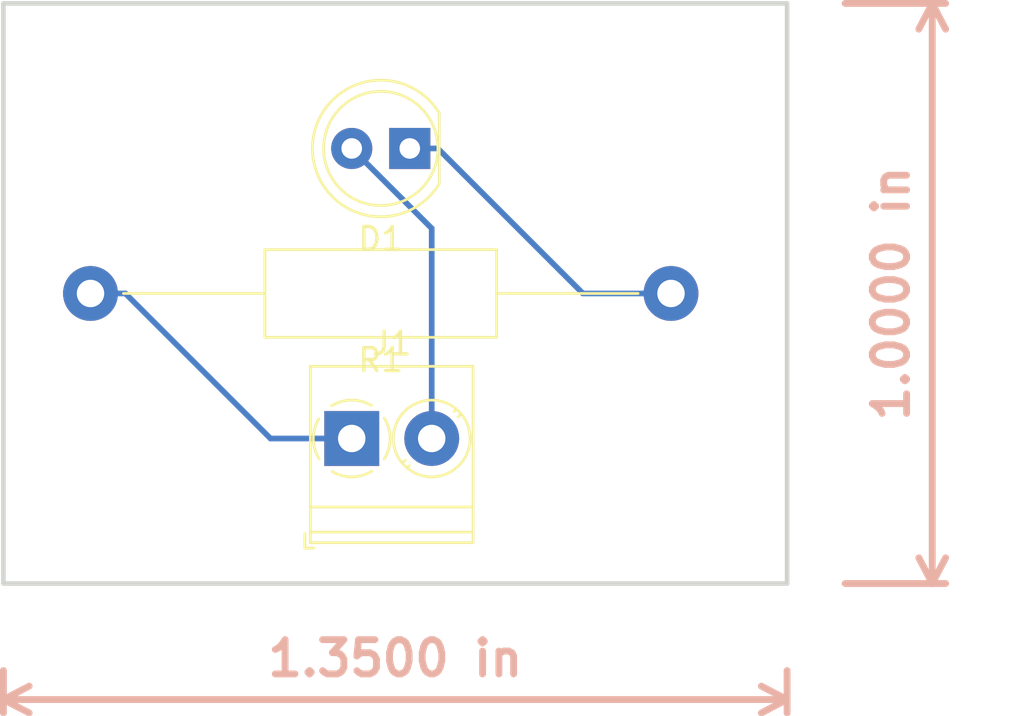
<source format=kicad_pcb>
(kicad_pcb (version 20171130) (host pcbnew 5.0.0-rc2-dev-unknown-0ded476~63~ubuntu16.04.1)

  (general
    (thickness 1.6)
    (drawings 6)
    (tracks 8)
    (zones 0)
    (modules 3)
    (nets 4)
  )

  (page A4)
  (layers
    (0 F.Cu signal)
    (31 B.Cu signal)
    (32 B.Adhes user)
    (33 F.Adhes user)
    (34 B.Paste user)
    (35 F.Paste user)
    (36 B.SilkS user)
    (37 F.SilkS user)
    (38 B.Mask user)
    (39 F.Mask user)
    (40 Dwgs.User user)
    (41 Cmts.User user)
    (42 Eco1.User user)
    (43 Eco2.User user)
    (44 Edge.Cuts user)
    (45 Margin user)
    (46 B.CrtYd user)
    (47 F.CrtYd user)
    (48 B.Fab user)
    (49 F.Fab user)
  )

  (setup
    (last_trace_width 0.25)
    (trace_clearance 0.2)
    (zone_clearance 0.508)
    (zone_45_only no)
    (trace_min 0.2)
    (segment_width 0.2)
    (edge_width 0.15)
    (via_size 0.8)
    (via_drill 0.4)
    (via_min_size 0.4)
    (via_min_drill 0.3)
    (uvia_size 0.3)
    (uvia_drill 0.1)
    (uvias_allowed no)
    (uvia_min_size 0.2)
    (uvia_min_drill 0.1)
    (pcb_text_width 0.3)
    (pcb_text_size 1.5 1.5)
    (mod_edge_width 0.15)
    (mod_text_size 1 1)
    (mod_text_width 0.15)
    (pad_size 1.524 1.524)
    (pad_drill 0.762)
    (pad_to_mask_clearance 0.2)
    (aux_axis_origin 0 0)
    (visible_elements FFFFFF7F)
    (pcbplotparams
      (layerselection 0x010fc_ffffffff)
      (usegerberextensions false)
      (usegerberattributes false)
      (usegerberadvancedattributes false)
      (creategerberjobfile false)
      (excludeedgelayer true)
      (linewidth 0.100000)
      (plotframeref false)
      (viasonmask false)
      (mode 1)
      (useauxorigin false)
      (hpglpennumber 1)
      (hpglpenspeed 20)
      (hpglpendiameter 15)
      (psnegative false)
      (psa4output false)
      (plotreference true)
      (plotvalue true)
      (plotinvisibletext false)
      (padsonsilk false)
      (subtractmaskfromsilk false)
      (outputformat 1)
      (mirror false)
      (drillshape 1)
      (scaleselection 1)
      (outputdirectory ""))
  )

  (net 0 "")
  (net 1 "Net-(D1-Pad1)")
  (net 2 VCC)
  (net 3 GND)

  (net_class Default "This is the default net class."
    (clearance 0.2)
    (trace_width 0.25)
    (via_dia 0.8)
    (via_drill 0.4)
    (uvia_dia 0.3)
    (uvia_drill 0.1)
    (add_net GND)
    (add_net "Net-(D1-Pad1)")
    (add_net VCC)
  )

  (module LED_THT:LED_D5.0mm (layer F.Cu) (tedit 5995936A) (tstamp 5ACB5B63)
    (at 130.81 74.93 180)
    (descr "LED, diameter 5.0mm, 2 pins, http://cdn-reichelt.de/documents/datenblatt/A500/LL-504BC2E-009.pdf")
    (tags "LED diameter 5.0mm 2 pins")
    (path /5ABF1F9D)
    (fp_text reference D1 (at 1.27 -3.96 180) (layer F.SilkS)
      (effects (font (size 1 1) (thickness 0.15)))
    )
    (fp_text value LED (at 1.27 3.96 180) (layer F.Fab)
      (effects (font (size 1 1) (thickness 0.15)))
    )
    (fp_arc (start 1.27 0) (end -1.23 -1.469694) (angle 299.1) (layer F.Fab) (width 0.1))
    (fp_arc (start 1.27 0) (end -1.29 -1.54483) (angle 148.9) (layer F.SilkS) (width 0.12))
    (fp_arc (start 1.27 0) (end -1.29 1.54483) (angle -148.9) (layer F.SilkS) (width 0.12))
    (fp_circle (center 1.27 0) (end 3.77 0) (layer F.Fab) (width 0.1))
    (fp_circle (center 1.27 0) (end 3.77 0) (layer F.SilkS) (width 0.12))
    (fp_line (start -1.23 -1.469694) (end -1.23 1.469694) (layer F.Fab) (width 0.1))
    (fp_line (start -1.29 -1.545) (end -1.29 1.545) (layer F.SilkS) (width 0.12))
    (fp_line (start -1.95 -3.25) (end -1.95 3.25) (layer F.CrtYd) (width 0.05))
    (fp_line (start -1.95 3.25) (end 4.5 3.25) (layer F.CrtYd) (width 0.05))
    (fp_line (start 4.5 3.25) (end 4.5 -3.25) (layer F.CrtYd) (width 0.05))
    (fp_line (start 4.5 -3.25) (end -1.95 -3.25) (layer F.CrtYd) (width 0.05))
    (fp_text user %R (at 1.25 0 180) (layer F.Fab)
      (effects (font (size 0.8 0.8) (thickness 0.2)))
    )
    (pad 1 thru_hole rect (at 0 0 180) (size 1.8 1.8) (drill 0.9) (layers *.Cu *.Mask)
      (net 1 "Net-(D1-Pad1)"))
    (pad 2 thru_hole circle (at 2.54 0 180) (size 1.8 1.8) (drill 0.9) (layers *.Cu *.Mask)
      (net 2 VCC))
    (model ${KISYS3DMOD}/LED_THT.3dshapes/LED_D5.0mm.wrl
      (at (xyz 0 0 0))
      (scale (xyz 1 1 1))
      (rotate (xyz 0 0 0))
    )
  )

  (module TerminalBlock_Phoenix:TerminalBlock_Phoenix_PT-1,5-2-3.5-H_1x02_P3.50mm_Horizontal (layer F.Cu) (tedit 5A0820A8) (tstamp 5ACB5B8D)
    (at 128.27 87.63)
    (descr "Terminal Block Phoenix PT-1,5-2-3.5-H, 2 pins, pitch 3.5mm, size 7.0x7.6mm^2, drill diamater 1.2mm, pad diameter 2.4mm, see , script-generated using https://github.com/pointhi/kicad-footprint-generator/scripts/TerminalBlock_Phoenix")
    (tags "THT Terminal Block Phoenix PT-1.5-2-3.5-H pitch 3.5mm size 7.0x7.6mm^2 drill 1.2mm pad 2.4mm")
    (path /5ABFAB24)
    (fp_text reference J1 (at 1.75 -4.16) (layer F.SilkS)
      (effects (font (size 1 1) (thickness 0.15)))
    )
    (fp_text value Conn_01x02 (at 1.75 5.56) (layer F.Fab)
      (effects (font (size 1 1) (thickness 0.15)))
    )
    (fp_arc (start 0 0) (end 0 1.68) (angle -32) (layer F.SilkS) (width 0.12))
    (fp_arc (start 0 0) (end 1.425 0.891) (angle -64) (layer F.SilkS) (width 0.12))
    (fp_arc (start 0 0) (end 0.866 -1.44) (angle -63) (layer F.SilkS) (width 0.12))
    (fp_arc (start 0 0) (end -1.44 -0.866) (angle -63) (layer F.SilkS) (width 0.12))
    (fp_arc (start 0 0) (end -0.866 1.44) (angle -32) (layer F.SilkS) (width 0.12))
    (fp_circle (center 0 0) (end 1.5 0) (layer F.Fab) (width 0.1))
    (fp_circle (center 3.5 0) (end 5 0) (layer F.Fab) (width 0.1))
    (fp_circle (center 3.5 0) (end 5.18 0) (layer F.SilkS) (width 0.12))
    (fp_line (start -1.75 -3.1) (end 5.25 -3.1) (layer F.Fab) (width 0.1))
    (fp_line (start 5.25 -3.1) (end 5.25 4.5) (layer F.Fab) (width 0.1))
    (fp_line (start 5.25 4.5) (end -1.35 4.5) (layer F.Fab) (width 0.1))
    (fp_line (start -1.35 4.5) (end -1.75 4.1) (layer F.Fab) (width 0.1))
    (fp_line (start -1.75 4.1) (end -1.75 -3.1) (layer F.Fab) (width 0.1))
    (fp_line (start -1.75 4.1) (end 5.25 4.1) (layer F.Fab) (width 0.1))
    (fp_line (start -1.81 4.1) (end 5.31 4.1) (layer F.SilkS) (width 0.12))
    (fp_line (start -1.75 3) (end 5.25 3) (layer F.Fab) (width 0.1))
    (fp_line (start -1.81 3) (end 5.31 3) (layer F.SilkS) (width 0.12))
    (fp_line (start -1.81 -3.16) (end 5.31 -3.16) (layer F.SilkS) (width 0.12))
    (fp_line (start -1.81 4.56) (end 5.31 4.56) (layer F.SilkS) (width 0.12))
    (fp_line (start -1.81 -3.16) (end -1.81 4.56) (layer F.SilkS) (width 0.12))
    (fp_line (start 5.31 -3.16) (end 5.31 4.56) (layer F.SilkS) (width 0.12))
    (fp_line (start 1.138 -0.955) (end -0.955 1.138) (layer F.Fab) (width 0.1))
    (fp_line (start 0.955 -1.138) (end -1.138 0.955) (layer F.Fab) (width 0.1))
    (fp_line (start 4.638 -0.955) (end 2.546 1.138) (layer F.Fab) (width 0.1))
    (fp_line (start 4.455 -1.138) (end 2.363 0.955) (layer F.Fab) (width 0.1))
    (fp_line (start 4.775 -1.069) (end 4.646 -0.941) (layer F.SilkS) (width 0.12))
    (fp_line (start 2.525 1.181) (end 2.431 1.274) (layer F.SilkS) (width 0.12))
    (fp_line (start 4.57 -1.275) (end 4.476 -1.181) (layer F.SilkS) (width 0.12))
    (fp_line (start 2.355 0.941) (end 2.226 1.069) (layer F.SilkS) (width 0.12))
    (fp_line (start -2.05 4.16) (end -2.05 4.8) (layer F.SilkS) (width 0.12))
    (fp_line (start -2.05 4.8) (end -1.65 4.8) (layer F.SilkS) (width 0.12))
    (fp_line (start -2.25 -3.6) (end -2.25 5) (layer F.CrtYd) (width 0.05))
    (fp_line (start -2.25 5) (end 5.75 5) (layer F.CrtYd) (width 0.05))
    (fp_line (start 5.75 5) (end 5.75 -3.6) (layer F.CrtYd) (width 0.05))
    (fp_line (start 5.75 -3.6) (end -2.25 -3.6) (layer F.CrtYd) (width 0.05))
    (fp_text user %R (at 1.75 2.4) (layer F.Fab)
      (effects (font (size 1 1) (thickness 0.15)))
    )
    (pad 1 thru_hole rect (at 0 0) (size 2.4 2.4) (drill 1.2) (layers *.Cu *.Mask)
      (net 3 GND))
    (pad 2 thru_hole circle (at 3.5 0) (size 2.4 2.4) (drill 1.2) (layers *.Cu *.Mask)
      (net 2 VCC))
    (model ${KISYS3DMOD}/TerminalBlock_Phoenix.3dshapes/TerminalBlock_Phoenix_PT-1,5-2-3.5-H_1x02_P3.50mm_Horizontal.wrl
      (at (xyz 0 0 0))
      (scale (xyz 1 1 1))
      (rotate (xyz 0 0 0))
    )
  )

  (module Resistor_THT:R_Axial_DIN0411_L9.9mm_D3.6mm_P25.40mm_Horizontal (layer F.Cu) (tedit 5A24F4B6) (tstamp 5ACB5BA4)
    (at 142.24 81.28 180)
    (descr "Resistor, Axial_DIN0411 series, Axial, Horizontal, pin pitch=25.4mm, 1W, length*diameter=9.9*3.6mm^2")
    (tags "Resistor Axial_DIN0411 series Axial Horizontal pin pitch 25.4mm 1W length 9.9mm diameter 3.6mm")
    (path /5ABF214B)
    (fp_text reference R1 (at 12.7 -2.92 180) (layer F.SilkS)
      (effects (font (size 1 1) (thickness 0.15)))
    )
    (fp_text value 330 (at 12.7 2.92 180) (layer F.Fab)
      (effects (font (size 1 1) (thickness 0.15)))
    )
    (fp_line (start 7.75 -1.8) (end 7.75 1.8) (layer F.Fab) (width 0.1))
    (fp_line (start 7.75 1.8) (end 17.65 1.8) (layer F.Fab) (width 0.1))
    (fp_line (start 17.65 1.8) (end 17.65 -1.8) (layer F.Fab) (width 0.1))
    (fp_line (start 17.65 -1.8) (end 7.75 -1.8) (layer F.Fab) (width 0.1))
    (fp_line (start 0 0) (end 7.75 0) (layer F.Fab) (width 0.1))
    (fp_line (start 25.4 0) (end 17.65 0) (layer F.Fab) (width 0.1))
    (fp_line (start 7.63 -1.92) (end 7.63 1.92) (layer F.SilkS) (width 0.12))
    (fp_line (start 7.63 1.92) (end 17.77 1.92) (layer F.SilkS) (width 0.12))
    (fp_line (start 17.77 1.92) (end 17.77 -1.92) (layer F.SilkS) (width 0.12))
    (fp_line (start 17.77 -1.92) (end 7.63 -1.92) (layer F.SilkS) (width 0.12))
    (fp_line (start 1.44 0) (end 7.63 0) (layer F.SilkS) (width 0.12))
    (fp_line (start 23.96 0) (end 17.77 0) (layer F.SilkS) (width 0.12))
    (fp_line (start -1.45 -2.2) (end -1.45 2.2) (layer F.CrtYd) (width 0.05))
    (fp_line (start -1.45 2.2) (end 26.85 2.2) (layer F.CrtYd) (width 0.05))
    (fp_line (start 26.85 2.2) (end 26.85 -2.2) (layer F.CrtYd) (width 0.05))
    (fp_line (start 26.85 -2.2) (end -1.45 -2.2) (layer F.CrtYd) (width 0.05))
    (fp_text user %R (at 12.7 0 180) (layer F.Fab)
      (effects (font (size 1 1) (thickness 0.15)))
    )
    (pad 1 thru_hole circle (at 0 0 180) (size 2.4 2.4) (drill 1.2) (layers *.Cu *.Mask)
      (net 1 "Net-(D1-Pad1)"))
    (pad 2 thru_hole oval (at 25.4 0 180) (size 2.4 2.4) (drill 1.2) (layers *.Cu *.Mask)
      (net 3 GND))
    (model ${KISYS3DMOD}/Resistor_THT.3dshapes/R_Axial_DIN0411_L9.9mm_D3.6mm_P25.40mm_Horizontal.wrl
      (at (xyz 0 0 0))
      (scale (xyz 1 1 1))
      (rotate (xyz 0 0 0))
    )
  )

  (dimension 34.29 (width 0.3) (layer B.SilkS)
    (gr_text "34.290 mm" (at 130.175 101.16) (layer B.SilkS)
      (effects (font (size 1.5 1.5) (thickness 0.3)))
    )
    (feature1 (pts (xy 147.32 97.79) (xy 147.32 99.646421)))
    (feature2 (pts (xy 113.03 97.79) (xy 113.03 99.646421)))
    (crossbar (pts (xy 113.03 99.06) (xy 147.32 99.06)))
    (arrow1a (pts (xy 147.32 99.06) (xy 146.193496 99.646421)))
    (arrow1b (pts (xy 147.32 99.06) (xy 146.193496 98.473579)))
    (arrow2a (pts (xy 113.03 99.06) (xy 114.156504 99.646421)))
    (arrow2b (pts (xy 113.03 99.06) (xy 114.156504 98.473579)))
  )
  (dimension 25.4 (width 0.3) (layer B.SilkS)
    (gr_text "25.400 mm" (at 155.77 81.28 270) (layer B.SilkS)
      (effects (font (size 1.5 1.5) (thickness 0.3)))
    )
    (feature1 (pts (xy 149.86 93.98) (xy 154.256421 93.98)))
    (feature2 (pts (xy 149.86 68.58) (xy 154.256421 68.58)))
    (crossbar (pts (xy 153.67 68.58) (xy 153.67 93.98)))
    (arrow1a (pts (xy 153.67 93.98) (xy 153.083579 92.853496)))
    (arrow1b (pts (xy 153.67 93.98) (xy 154.256421 92.853496)))
    (arrow2a (pts (xy 153.67 68.58) (xy 153.083579 69.706504)))
    (arrow2b (pts (xy 153.67 68.58) (xy 154.256421 69.706504)))
  )
  (gr_line (start 113.03 93.98) (end 113.03 68.58) (layer Edge.Cuts) (width 0.2))
  (gr_line (start 147.32 93.98) (end 113.03 93.98) (layer Edge.Cuts) (width 0.2))
  (gr_line (start 147.32 68.58) (end 147.32 93.98) (layer Edge.Cuts) (width 0.2))
  (gr_line (start 113.03 68.58) (end 147.32 68.58) (layer Edge.Cuts) (width 0.2))

  (segment (start 138.3853 81.28) (end 132.0353 74.93) (width 0.25) (layer B.Cu) (net 1))
  (segment (start 142.24 81.28) (end 138.3853 81.28) (width 0.25) (layer B.Cu) (net 1))
  (segment (start 130.81 74.93) (end 132.0353 74.93) (width 0.25) (layer B.Cu) (net 1))
  (segment (start 131.77 78.43) (end 128.27 74.93) (width 0.25) (layer B.Cu) (net 2))
  (segment (start 131.77 87.63) (end 131.77 78.43) (width 0.25) (layer B.Cu) (net 2))
  (segment (start 124.7153 87.63) (end 128.27 87.63) (width 0.25) (layer B.Cu) (net 3))
  (segment (start 118.3653 81.28) (end 124.7153 87.63) (width 0.25) (layer B.Cu) (net 3))
  (segment (start 116.84 81.28) (end 118.3653 81.28) (width 0.25) (layer B.Cu) (net 3))

)

</source>
